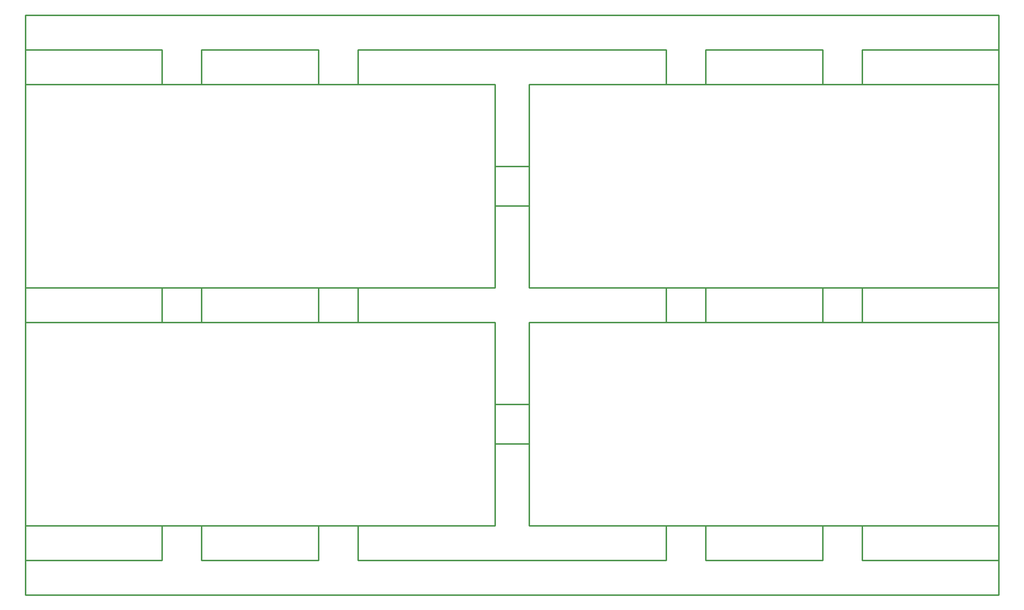
<source format=gko>
G04 Layer: BoardOutlineLayer*
G04 EasyEDA v6.5.29, 2023-07-19 21:43:04*
G04 f8bcf56a654e41728208f455603ead28,5a6b42c53f6a479593ecc07194224c93,10*
G04 Gerber Generator version 0.2*
G04 Scale: 100 percent, Rotated: No, Reflected: No *
G04 Dimensions in millimeters *
G04 leading zeros omitted , absolute positions ,4 integer and 5 decimal *
%FSLAX45Y45*%
%MOMM*%

%ADD10C,0.2540*%
D10*
X-7302484Y2755894D02*
G01*
X850897Y2755894D01*
X850897Y-774697D01*
X-7302484Y-774697D01*
X-7302484Y2755894D01*
X1450896Y2755894D02*
G01*
X9604278Y2755894D01*
X9604278Y-774697D01*
X1450896Y-774697D01*
X1450896Y2755894D01*
X-7302484Y-1374696D02*
G01*
X850897Y-1374696D01*
X850897Y-4905288D01*
X-7302484Y-4905288D01*
X-7302484Y-1374696D01*
X1450896Y-1374696D02*
G01*
X9604278Y-1374696D01*
X9604278Y-4905288D01*
X1450896Y-4905288D01*
X1450896Y-1374696D01*
X-7302482Y3955890D02*
G01*
X9604266Y3955890D01*
X9604266Y-6105278D01*
X-7302482Y-6105278D01*
X-7302482Y3955890D01*
X-4926695Y3355891D02*
G01*
X-7302482Y3355891D01*
X-4926695Y-5505279D02*
G01*
X-7302482Y-5505279D01*
X-2208903Y3355891D02*
G01*
X-4242686Y3355891D01*
X-2208903Y-5505279D02*
G01*
X-4242686Y-5505279D01*
X3826677Y3355891D02*
G01*
X-1524894Y3355891D01*
X3826677Y-5505279D02*
G01*
X-1524894Y-5505279D01*
X6544470Y3355891D02*
G01*
X4510686Y3355891D01*
X6544470Y-5505279D02*
G01*
X4510686Y-5505279D01*
X9604265Y3355891D02*
G01*
X7228479Y3355891D01*
X9604265Y-5505279D02*
G01*
X7228479Y-5505279D01*
X-4926695Y-1365524D02*
G01*
X-4926695Y-783864D01*
X-4242686Y-1365524D02*
G01*
X-4242686Y-783864D01*
X-2208903Y-1365524D02*
G01*
X-2208903Y-783864D01*
X-1524894Y-1365524D02*
G01*
X-1524894Y-783864D01*
X3826678Y-1365524D02*
G01*
X3826678Y-783864D01*
X4510687Y-1365524D02*
G01*
X4510687Y-783864D01*
X6544470Y-1365524D02*
G01*
X6544470Y-783864D01*
X7228479Y-1365524D02*
G01*
X7228479Y-783864D01*
X1441721Y1332603D02*
G01*
X860064Y1332603D01*
X1441721Y648594D02*
G01*
X860064Y648594D01*
X1441721Y-2797983D02*
G01*
X860064Y-2797983D01*
X1441721Y-3481992D02*
G01*
X860064Y-3481992D01*
X-4926695Y2765061D02*
G01*
X-4926695Y3355891D01*
X-4926695Y-5505279D02*
G01*
X-4926695Y-4914450D01*
X-4242686Y2765061D02*
G01*
X-4242686Y3355891D01*
X-4242686Y-5505279D02*
G01*
X-4242686Y-4914450D01*
X-2208903Y2765061D02*
G01*
X-2208903Y3355891D01*
X-2208903Y-5505279D02*
G01*
X-2208903Y-4914450D01*
X-1524894Y2765061D02*
G01*
X-1524894Y3355891D01*
X-1524894Y-5505279D02*
G01*
X-1524894Y-4914450D01*
X3826677Y2765061D02*
G01*
X3826677Y3355891D01*
X3826677Y-5505279D02*
G01*
X3826677Y-4914450D01*
X4510686Y2765061D02*
G01*
X4510686Y3355891D01*
X4510686Y-5505279D02*
G01*
X4510686Y-4914450D01*
X6544470Y2765061D02*
G01*
X6544470Y3355891D01*
X6544470Y-5505279D02*
G01*
X6544470Y-4914450D01*
X7228479Y2765061D02*
G01*
X7228479Y3355891D01*
X7228479Y-5505279D02*
G01*
X7228479Y-4914450D01*

%LPD*%
M02*

</source>
